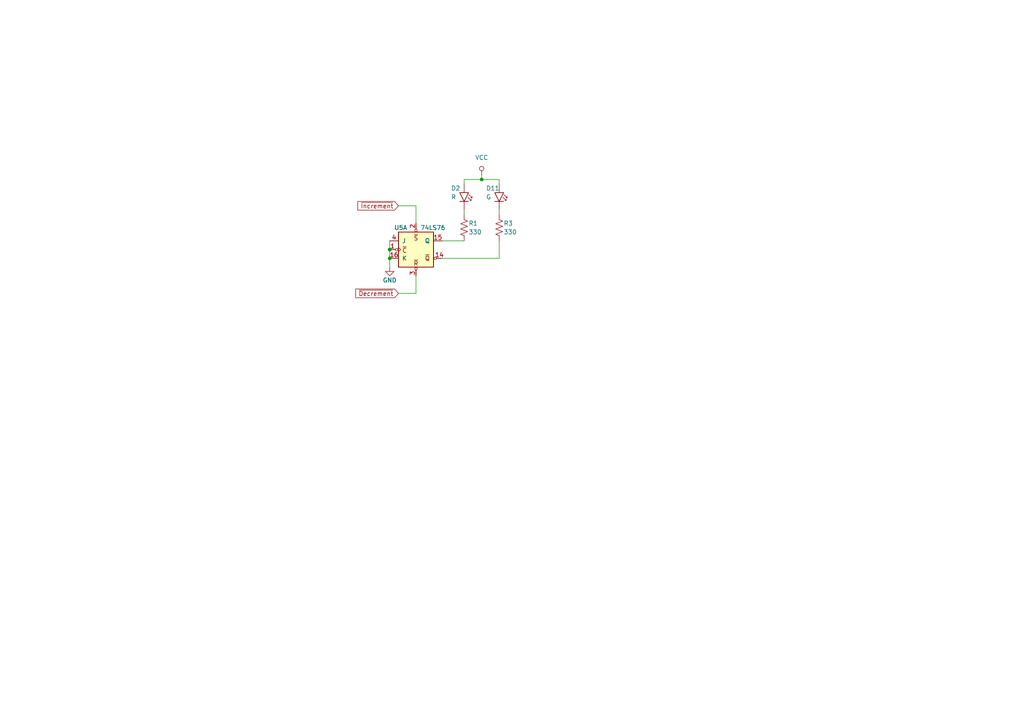
<source format=kicad_sch>
(kicad_sch (version 20230121) (generator eeschema)
  (paper "A4")
  (lib_symbols
    (symbol "BJT-Amps-cache:power_VCC" (power) (pin_names (offset 0))
      (property "Value" "power_VCC" (at 0 3.81 0))
      (symbol "power_VCC_0_1"
        (polyline (pts (xy 0 0) (xy 0 1.27)))
        (circle (center 0 1.905) (radius 0.635))
      )
      (symbol "power_VCC_1_1"
        (pin power_in line (at 0 0 90) (length 0) hide (name "VCC") (number "1"))
      )
    )
    (symbol "Counters-cache:74xx_74LS76" (pin_names (offset 1.016))
      (property "Reference" "U" (at -4.572 6.096 0))
      (property "Value" "74xx_74LS76" (at 3.81 6.096 0))
      (symbol "74xx_74LS76_1_0"
        (pin input line (at -7.62 0 0) (length 1.651) (name "~") (number "1"))
        (pin output line (at 7.62 -2.54 180) (length 1.651) (name "~") (number "14"))
        (pin output line (at 7.62 2.54 180) (length 2.54) (name "Q") (number "15"))
        (pin input line (at -7.62 -2.54 0) (length 2.54) (name "K") (number "16"))
        (pin input line (at 0 7.62 270) (length 1.651) (name "~") (number "2"))
        (pin input line (at 0 -7.62 90) (length 1.651) (name "~") (number "3"))
        (pin input line (at -7.62 2.54 0) (length 2.54) (name "J") (number "4"))
      )
      (symbol "74xx_74LS76_1_1"
        (circle (center -5.588 0) (radius 0.3556))
        (rectangle (start -5.08 5.08) (end 5.08 -5.08) (stroke (width 0.254)) (fill (type background)))
        (circle (center 0 -5.588) (radius 0.3556))
        (polyline (pts (xy -5.08 0.635) (xy -4.445 0) (xy -5.08 -0.635)))
        (circle (center 0 5.588) (radius 0.3556))
        (circle (center 5.588 -2.54) (radius 0.3556))
        (text "~{C}" (at -3.302 -0.254 0) (effects (font (size 1.27 1.27))))
        (text "~{Q}" (at 3.302 -2.54 0) (effects (font (size 1.27 1.27))))
        (text "~{R}" (at 0 -4.064 0) (effects (font (size 1.27 1.27))))
        (text "~{S}" (at 0 3.302 0) (effects (font (size 1.27 1.27))))
      )
      (symbol "74xx_74LS76_2_1"
        (circle (center -5.588 0) (radius 0.3556))
        (rectangle (start -5.08 5.08) (end 5.08 -5.08) (stroke (width 0.254)) (fill (type background)))
        (circle (center 0 -5.588) (radius 0.3556))
        (polyline (pts (xy -5.08 0.635) (xy -4.445 0) (xy -5.08 -0.635)))
        (circle (center 0 5.588) (radius 0.3556))
        (circle (center 5.588 -2.54) (radius 0.3556))
        (text "~{C}" (at -3.302 -0.254 0) (effects (font (size 1.27 1.27))))
        (text "~{Q}" (at 3.302 -2.54 0) (effects (font (size 1.27 1.27))))
        (text "~{R}" (at 0 -4.064 0) (effects (font (size 1.27 1.27))))
        (text "~{S}" (at 0 3.302 0) (effects (font (size 1.27 1.27))))
        (pin output line (at 7.62 -2.54 180) (length 1.651) (name "~") (number "10"))
        (pin output line (at 7.62 2.54 180) (length 2.54) (name "Q") (number "11"))
        (pin input line (at -7.62 -2.54 0) (length 2.54) (name "K") (number "12"))
        (pin input line (at -7.62 0 0) (length 1.651) (name "~") (number "6"))
        (pin input line (at 0 7.62 270) (length 1.651) (name "~") (number "7"))
        (pin input line (at 0 -7.62 90) (length 1.651) (name "~") (number "8"))
        (pin input line (at -7.62 2.54 0) (length 2.54) (name "J") (number "9"))
      )
    )
    (symbol "Drivers-cache:Drivers-rescue_LED-00TJR" (pin_numbers hide) (pin_names (offset 1.016) hide)
      (property "Reference" "D" (at -1.6764 2.921 0))
      (property "Value" "Drivers-rescue_LED-00TJR" (at 2.6416 2.8956 0))
      (symbol "Drivers-rescue_LED-00TJR_0_1"
        (polyline (pts (xy 1.27 -1.27) (xy -1.27 -1.27)) (stroke (width 0.2032)))
        (polyline (pts (xy 1.27 1.27) (xy -1.27 1.27) (xy 0 -1.27) (xy 1.27 1.27)) (stroke (width 0.2032)))
        (polyline (pts (xy 1.0668 -0.0508) (xy 2.032 -1.016) (xy 2.032 -0.6096) (xy 2.032 -1.016) (xy 1.651 -1.016)))
      )
      (symbol "Drivers-rescue_LED-00TJR_1_1"
        (polyline (pts (xy 1.3462 0.7112) (xy 2.3114 -0.254) (xy 2.3114 0.1524) (xy 2.3114 -0.254) (xy 1.9304 -0.254)))
        (pin passive line (at 0 -3.81 90) (length 2.54) (name "K") (number "1"))
        (pin passive line (at 0 3.81 270) (length 2.54) (name "A") (number "2"))
      )
    )
    (symbol "F2018-cache:GND" (power) (pin_names (offset 0))
      (property "Value" "GND" (at 0 -3.81 0))
      (symbol "GND_0_1"
        (polyline (pts (xy 0 0) (xy 0 -1.27) (xy 1.27 -1.27) (xy 0 -2.54) (xy -1.27 -1.27) (xy 0 -1.27)))
      )
      (symbol "GND_1_1"
        (pin power_in line (at 0 0 270) (length 0) hide (name "GND") (number "1"))
      )
    )
    (symbol "S2020-cache:Device_R_US" (pin_numbers hide) (pin_names (offset 0))
      (property "Reference" "R" (at 2.54 0 90))
      (property "Value" "Device_R_US" (at -2.54 0 90))
      (symbol "Device_R_US_0_1"
        (polyline (pts (xy 0 -2.286) (xy 0 -2.54)))
        (polyline (pts (xy 0 2.286) (xy 0 2.54)))
        (polyline (pts (xy 0 -0.762) (xy 1.016 -1.143) (xy 0 -1.524) (xy -1.016 -1.905) (xy 0 -2.286)))
        (polyline (pts (xy 0 0.762) (xy 1.016 0.381) (xy 0 0) (xy -1.016 -0.381) (xy 0 -0.762)))
        (polyline (pts (xy 0 2.286) (xy 1.016 1.905) (xy 0 1.524) (xy -1.016 1.143) (xy 0 0.762)))
      )
      (symbol "Device_R_US_1_1"
        (pin passive line (at 0 3.81 270) (length 1.27) (name "~") (number "1"))
        (pin passive line (at 0 -3.81 90) (length 1.27) (name "~") (number "2"))
      )
    )
  )
  (junction (at 113.03 72.39))
  (junction (at 139.7 52.07))
  (junction (at 113.03 74.93))
  (wire (pts (xy 134.62 52.07) (xy 134.62 53.34)))
  (wire (pts (xy 128.27 74.93) (xy 144.78 74.93)))
  (wire (pts (xy 120.65 80.01) (xy 120.65 85.09)))
  (wire (pts (xy 134.62 52.07) (xy 139.7 52.07)))
  (wire (pts (xy 113.03 69.85) (xy 113.03 72.39)))
  (wire (pts (xy 144.78 52.07) (xy 144.78 53.34)))
  (wire (pts (xy 128.27 69.85) (xy 134.62 69.85)))
  (wire (pts (xy 113.03 72.39) (xy 113.03 74.93)))
  (wire (pts (xy 144.78 69.85) (xy 144.78 74.93)))
  (wire (pts (xy 139.7 50.8) (xy 139.7 52.07)))
  (wire (pts (xy 139.7 52.07) (xy 144.78 52.07)))
  (wire (pts (xy 144.78 60.96) (xy 144.78 62.23)))
  (wire (pts (xy 120.65 59.69) (xy 120.65 64.77)))
  (wire (pts (xy 113.03 74.93) (xy 113.03 77.47)))
  (wire (pts (xy 134.62 60.96) (xy 134.62 62.23)))
  (wire (pts (xy 115.57 85.09) (xy 120.65 85.09)))
  (wire (pts (xy 115.57 59.69) (xy 120.65 59.69)))
  (global_label "~{Increment}" (shape input) (at 115.57 59.69 180) (property "Intersheetrefs" "${INTERSHEET_REFS}" (effects hide)))
  (global_label "~{Decrement}" (shape input) (at 115.57 85.09 180) (property "Intersheetrefs" "${INTERSHEET_REFS}" (effects hide)))
  (symbol (lib_id "S2020-cache:Device_R_US") (at 144.78 66.04 180) (unit 1)
    (property "Reference" "R3" (at 146.05 64.77 0) (effects (justify right)))
    (property "Value" "330" (at 146.05 67.31 0) (effects (justify right)))
  )
  (symbol (lib_id "S2020-cache:Device_R_US") (at 134.62 66.04 180) (unit 1)
    (property "Reference" "R1" (at 135.89 64.77 0) (effects (justify right)))
    (property "Value" "330" (at 135.89 67.31 0) (effects (justify right)))
  )
  (symbol (lib_id "F2018-cache:GND") (at 113.03 77.47 0) (unit 1)
    (property "Reference" "#PWR010" (effects hide))
    (property "Value" "GND" (at 113.03 81.28 0))
  )
  (symbol (lib_id "Counters-cache:74xx_74LS76") (at 120.65 72.39 0) (unit 1)
    (property "Reference" "U5" (at 114.3 66.04 0) (effects (justify left)))
    (property "Value" "74LS76" (at 121.92 66.04 0) (effects (justify left)))
  )
  (symbol (lib_id "Drivers-cache:Drivers-rescue_LED-00TJR") (at 134.62 57.15 0) (unit 1)
    (property "Reference" "D2" (at 130.81 54.61 0) (effects (justify left)))
    (property "Value" "R" (at 130.81 57.15 0) (effects (justify left)))
  )
  (symbol (lib_id "Drivers-cache:Drivers-rescue_LED-00TJR") (at 144.78 57.15 0) (unit 1)
    (property "Reference" "D11" (at 140.97 54.61 0) (effects (justify left)))
    (property "Value" "G" (at 140.97 57.15 0) (effects (justify left)))
  )
  (symbol (lib_id "BJT-Amps-cache:power_VCC") (at 139.7 50.8 0) (unit 1)
    (property "Reference" "#PWR011" (effects hide))
    (property "Value" "power_VCC" (at 139.7 45.72 0))
  )
)
</source>
